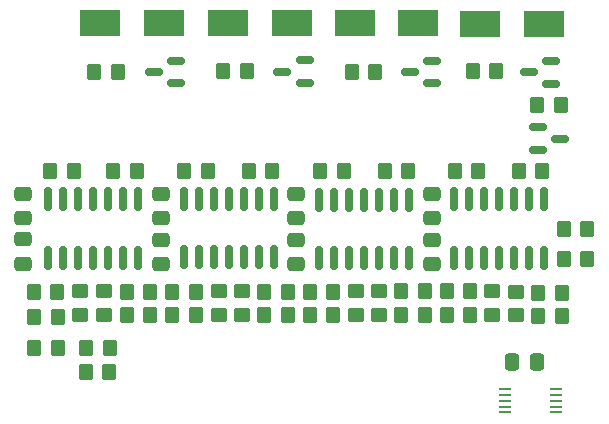
<source format=gbr>
%TF.GenerationSoftware,KiCad,Pcbnew,6.0.11+dfsg-1~bpo11+1*%
%TF.CreationDate,2023-07-05T16:39:37+02:00*%
%TF.ProjectId,ain4rib21,61696e34-7269-4623-9231-2e6b69636164,1.1*%
%TF.SameCoordinates,Original*%
%TF.FileFunction,Paste,Top*%
%TF.FilePolarity,Positive*%
%FSLAX46Y46*%
G04 Gerber Fmt 4.6, Leading zero omitted, Abs format (unit mm)*
G04 Created by KiCad (PCBNEW 6.0.11+dfsg-1~bpo11+1) date 2023-07-05 16:39:37*
%MOMM*%
%LPD*%
G01*
G04 APERTURE LIST*
G04 Aperture macros list*
%AMRoundRect*
0 Rectangle with rounded corners*
0 $1 Rounding radius*
0 $2 $3 $4 $5 $6 $7 $8 $9 X,Y pos of 4 corners*
0 Add a 4 corners polygon primitive as box body*
4,1,4,$2,$3,$4,$5,$6,$7,$8,$9,$2,$3,0*
0 Add four circle primitives for the rounded corners*
1,1,$1+$1,$2,$3*
1,1,$1+$1,$4,$5*
1,1,$1+$1,$6,$7*
1,1,$1+$1,$8,$9*
0 Add four rect primitives between the rounded corners*
20,1,$1+$1,$2,$3,$4,$5,0*
20,1,$1+$1,$4,$5,$6,$7,0*
20,1,$1+$1,$6,$7,$8,$9,0*
20,1,$1+$1,$8,$9,$2,$3,0*%
G04 Aperture macros list end*
%ADD10RoundRect,0.250000X-0.350000X-0.450000X0.350000X-0.450000X0.350000X0.450000X-0.350000X0.450000X0*%
%ADD11RoundRect,0.150000X0.587500X0.150000X-0.587500X0.150000X-0.587500X-0.150000X0.587500X-0.150000X0*%
%ADD12RoundRect,0.250000X0.475000X-0.337500X0.475000X0.337500X-0.475000X0.337500X-0.475000X-0.337500X0*%
%ADD13RoundRect,0.250000X0.350000X0.450000X-0.350000X0.450000X-0.350000X-0.450000X0.350000X-0.450000X0*%
%ADD14RoundRect,0.250000X-0.450000X0.350000X-0.450000X-0.350000X0.450000X-0.350000X0.450000X0.350000X0*%
%ADD15R,3.500000X2.300000*%
%ADD16RoundRect,0.150000X-0.150000X0.825000X-0.150000X-0.825000X0.150000X-0.825000X0.150000X0.825000X0*%
%ADD17RoundRect,0.150000X-0.587500X-0.150000X0.587500X-0.150000X0.587500X0.150000X-0.587500X0.150000X0*%
%ADD18R,1.100000X0.250000*%
%ADD19RoundRect,0.250000X-0.337500X-0.475000X0.337500X-0.475000X0.337500X0.475000X-0.337500X0.475000X0*%
G04 APERTURE END LIST*
D10*
%TO.C,R22*%
X138390000Y-107760000D03*
X140390000Y-107760000D03*
%TD*%
%TO.C,R17*%
X130550000Y-109870000D03*
X132550000Y-109870000D03*
%TD*%
D11*
%TO.C,D4*%
X153467500Y-90090000D03*
X153467500Y-88190000D03*
X151592500Y-89140000D03*
%TD*%
D12*
%TO.C,C6*%
X152770000Y-105435000D03*
X152770000Y-103360000D03*
%TD*%
D10*
%TO.C,R1*%
X135670000Y-89190000D03*
X137670000Y-89190000D03*
%TD*%
%TO.C,R44*%
X165490000Y-109730000D03*
X167490000Y-109730000D03*
%TD*%
D12*
%TO.C,C4*%
X141300000Y-105430000D03*
X141300000Y-103355000D03*
%TD*%
D10*
%TO.C,R6*%
X146580000Y-89120000D03*
X148580000Y-89120000D03*
%TD*%
D11*
%TO.C,D2*%
X142557500Y-90140000D03*
X142557500Y-88240000D03*
X140682500Y-89190000D03*
%TD*%
D13*
%TO.C,R16*%
X140390000Y-109730000D03*
X138390000Y-109730000D03*
%TD*%
%TO.C,R10*%
X175150000Y-92000000D03*
X173150000Y-92000000D03*
%TD*%
%TO.C,R5*%
X145280000Y-97540000D03*
X143280000Y-97540000D03*
%TD*%
D10*
%TO.C,R29*%
X160250000Y-97550000D03*
X162250000Y-97550000D03*
%TD*%
D13*
%TO.C,R12*%
X136950000Y-112570000D03*
X134950000Y-112570000D03*
%TD*%
D14*
%TO.C,R49*%
X159750000Y-107730000D03*
X159750000Y-109730000D03*
%TD*%
D10*
%TO.C,R19*%
X142230000Y-109740000D03*
X144230000Y-109740000D03*
%TD*%
D12*
%TO.C,C3*%
X141280000Y-101545000D03*
X141280000Y-99470000D03*
%TD*%
D10*
%TO.C,R24*%
X167700000Y-89080000D03*
X169700000Y-89080000D03*
%TD*%
D13*
%TO.C,R46*%
X167490000Y-107750000D03*
X165490000Y-107750000D03*
%TD*%
%TO.C,R31*%
X156760000Y-97550000D03*
X154760000Y-97550000D03*
%TD*%
D15*
%TO.C,D7*%
X173750000Y-85080000D03*
X168350000Y-85080000D03*
%TD*%
D12*
%TO.C,C7*%
X164230000Y-101565000D03*
X164230000Y-99490000D03*
%TD*%
D13*
%TO.C,R45*%
X155910000Y-107760000D03*
X153910000Y-107760000D03*
%TD*%
D14*
%TO.C,R50*%
X157780000Y-107730000D03*
X157780000Y-109730000D03*
%TD*%
D10*
%TO.C,R42*%
X153900000Y-109730000D03*
X155900000Y-109730000D03*
%TD*%
D13*
%TO.C,R9*%
X136940000Y-114610000D03*
X134940000Y-114610000D03*
%TD*%
D12*
%TO.C,C1*%
X129640000Y-101570000D03*
X129640000Y-99495000D03*
%TD*%
D10*
%TO.C,R30*%
X171600000Y-97540000D03*
X173600000Y-97540000D03*
%TD*%
D13*
%TO.C,R20*%
X132540000Y-107810000D03*
X130540000Y-107810000D03*
%TD*%
D10*
%TO.C,R43*%
X173240000Y-109860000D03*
X175240000Y-109860000D03*
%TD*%
D16*
%TO.C,U1*%
X139380000Y-99935000D03*
X138110000Y-99935000D03*
X136840000Y-99935000D03*
X135570000Y-99935000D03*
X134300000Y-99935000D03*
X133030000Y-99935000D03*
X131760000Y-99935000D03*
X131760000Y-104885000D03*
X133030000Y-104885000D03*
X134300000Y-104885000D03*
X135570000Y-104885000D03*
X136840000Y-104885000D03*
X138110000Y-104885000D03*
X139380000Y-104885000D03*
%TD*%
D13*
%TO.C,R14*%
X132550000Y-112550000D03*
X130550000Y-112550000D03*
%TD*%
D15*
%TO.C,D1*%
X141570000Y-85060000D03*
X136170000Y-85060000D03*
%TD*%
D12*
%TO.C,C8*%
X164250000Y-105430000D03*
X164250000Y-103355000D03*
%TD*%
D16*
%TO.C,U6*%
X173720000Y-99925000D03*
X172450000Y-99925000D03*
X171180000Y-99925000D03*
X169910000Y-99925000D03*
X168640000Y-99925000D03*
X167370000Y-99925000D03*
X166100000Y-99925000D03*
X166100000Y-104875000D03*
X167370000Y-104875000D03*
X168640000Y-104875000D03*
X169910000Y-104875000D03*
X171180000Y-104875000D03*
X172450000Y-104875000D03*
X173720000Y-104875000D03*
%TD*%
D10*
%TO.C,R48*%
X173260000Y-107880000D03*
X175260000Y-107880000D03*
%TD*%
%TO.C,R3*%
X148740000Y-97560000D03*
X150740000Y-97560000D03*
%TD*%
D13*
%TO.C,R32*%
X168170000Y-97550000D03*
X166170000Y-97550000D03*
%TD*%
D15*
%TO.C,D5*%
X163100000Y-85050000D03*
X157700000Y-85050000D03*
%TD*%
D14*
%TO.C,R51*%
X171370000Y-107760000D03*
X171370000Y-109760000D03*
%TD*%
D16*
%TO.C,U2*%
X150840000Y-99895000D03*
X149570000Y-99895000D03*
X148300000Y-99895000D03*
X147030000Y-99895000D03*
X145760000Y-99895000D03*
X144490000Y-99895000D03*
X143220000Y-99895000D03*
X143220000Y-104845000D03*
X144490000Y-104845000D03*
X145760000Y-104845000D03*
X147030000Y-104845000D03*
X148300000Y-104845000D03*
X149570000Y-104845000D03*
X150840000Y-104845000D03*
%TD*%
D14*
%TO.C,R27*%
X148170000Y-107720000D03*
X148170000Y-109720000D03*
%TD*%
D13*
%TO.C,R4*%
X133940000Y-97560000D03*
X131940000Y-97560000D03*
%TD*%
%TO.C,R41*%
X163620000Y-109730000D03*
X161620000Y-109730000D03*
%TD*%
%TO.C,R18*%
X152060000Y-109730000D03*
X150060000Y-109730000D03*
%TD*%
D10*
%TO.C,R2*%
X137240000Y-97580000D03*
X139240000Y-97580000D03*
%TD*%
D14*
%TO.C,R28*%
X146180000Y-107720000D03*
X146180000Y-109720000D03*
%TD*%
D17*
%TO.C,U4*%
X173225000Y-93850000D03*
X173225000Y-95750000D03*
X175100000Y-94800000D03*
%TD*%
D11*
%TO.C,D6*%
X164255000Y-90130000D03*
X164255000Y-88230000D03*
X162380000Y-89180000D03*
%TD*%
D14*
%TO.C,R25*%
X136470000Y-107720000D03*
X136470000Y-109720000D03*
%TD*%
D13*
%TO.C,R21*%
X144230000Y-107770000D03*
X142230000Y-107770000D03*
%TD*%
D10*
%TO.C,R47*%
X161630000Y-107750000D03*
X163630000Y-107750000D03*
%TD*%
D18*
%TO.C,U9*%
X170450000Y-115990000D03*
X170450000Y-116490000D03*
X170450000Y-116990000D03*
X170450000Y-117490000D03*
X170450000Y-117990000D03*
X174750000Y-117990000D03*
X174750000Y-117490000D03*
X174750000Y-116990000D03*
X174750000Y-116490000D03*
X174750000Y-115990000D03*
%TD*%
D15*
%TO.C,D3*%
X152400000Y-85050000D03*
X147000000Y-85050000D03*
%TD*%
D11*
%TO.C,D8*%
X174337500Y-90150000D03*
X174337500Y-88250000D03*
X172462500Y-89200000D03*
%TD*%
D19*
%TO.C,C9*%
X171055000Y-113750000D03*
X173130000Y-113750000D03*
%TD*%
D14*
%TO.C,R52*%
X169370000Y-107750000D03*
X169370000Y-109750000D03*
%TD*%
D16*
%TO.C,U5*%
X162330000Y-99975000D03*
X161060000Y-99975000D03*
X159790000Y-99975000D03*
X158520000Y-99975000D03*
X157250000Y-99975000D03*
X155980000Y-99975000D03*
X154710000Y-99975000D03*
X154710000Y-104925000D03*
X155980000Y-104925000D03*
X157250000Y-104925000D03*
X158520000Y-104925000D03*
X159790000Y-104925000D03*
X161060000Y-104925000D03*
X162330000Y-104925000D03*
%TD*%
D10*
%TO.C,R23*%
X150050000Y-107760000D03*
X152050000Y-107760000D03*
%TD*%
D12*
%TO.C,C5*%
X152780000Y-101550000D03*
X152780000Y-99475000D03*
%TD*%
D14*
%TO.C,R26*%
X134460000Y-107720000D03*
X134460000Y-109720000D03*
%TD*%
D10*
%TO.C,R15*%
X157440000Y-89200000D03*
X159440000Y-89200000D03*
%TD*%
D12*
%TO.C,C2*%
X129630000Y-105395000D03*
X129630000Y-103320000D03*
%TD*%
D13*
%TO.C,R54*%
X177410000Y-102470000D03*
X175410000Y-102470000D03*
%TD*%
%TO.C,R53*%
X177410000Y-104960000D03*
X175410000Y-104960000D03*
%TD*%
M02*

</source>
